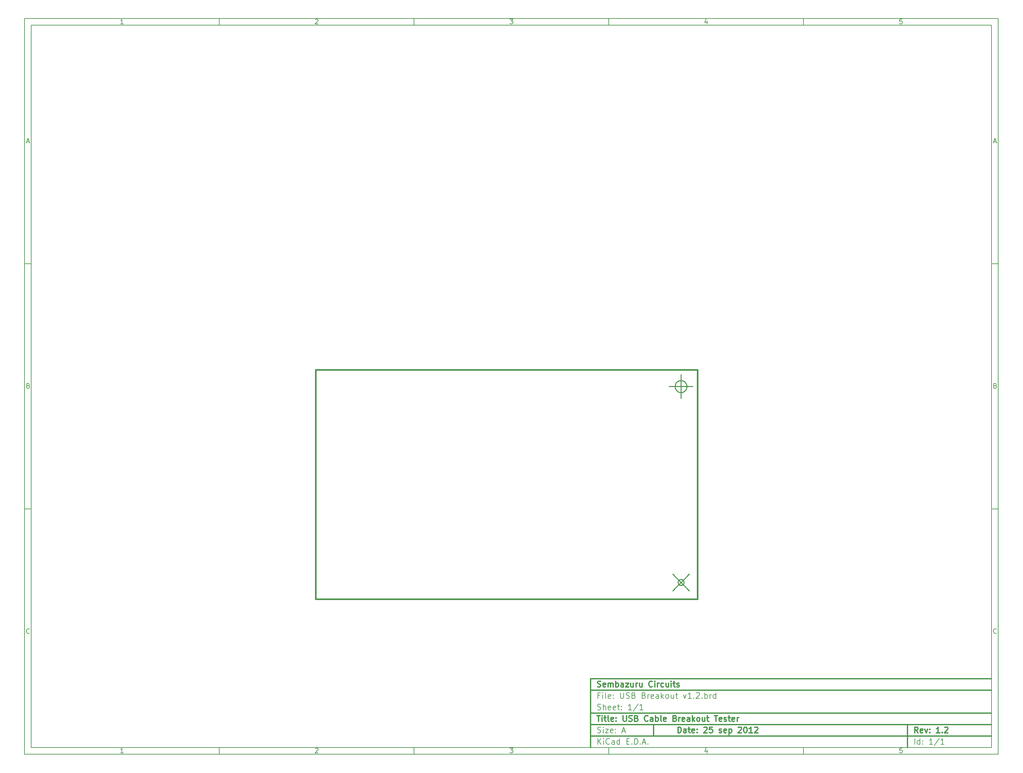
<source format=gbr>
G04 (created by PCBNEW-RS274X (2012-01-19 BZR 3256)-stable) date 25/09/2012 17:31:46*
G01*
G70*
G90*
%MOIN*%
G04 Gerber Fmt 3.4, Leading zero omitted, Abs format*
%FSLAX34Y34*%
G04 APERTURE LIST*
%ADD10C,0.006000*%
%ADD11C,0.012000*%
%ADD12C,0.010000*%
%ADD13C,0.015000*%
G04 APERTURE END LIST*
G54D10*
X-30500Y36750D02*
X71500Y36750D01*
X71500Y-40250D01*
X-30500Y-40250D01*
X-30500Y36750D01*
X-29800Y36050D02*
X70800Y36050D01*
X70800Y-39550D01*
X-29800Y-39550D01*
X-29800Y36050D01*
X-10100Y36750D02*
X-10100Y36050D01*
X-20157Y36198D02*
X-20443Y36198D01*
X-20300Y36198D02*
X-20300Y36698D01*
X-20348Y36626D01*
X-20395Y36579D01*
X-20443Y36555D01*
X-10100Y-40250D02*
X-10100Y-39550D01*
X-20157Y-40102D02*
X-20443Y-40102D01*
X-20300Y-40102D02*
X-20300Y-39602D01*
X-20348Y-39674D01*
X-20395Y-39721D01*
X-20443Y-39745D01*
X10300Y36750D02*
X10300Y36050D01*
X-00043Y36650D02*
X-00019Y36674D01*
X00029Y36698D01*
X00148Y36698D01*
X00195Y36674D01*
X00219Y36650D01*
X00243Y36602D01*
X00243Y36555D01*
X00219Y36483D01*
X-00067Y36198D01*
X00243Y36198D01*
X10300Y-40250D02*
X10300Y-39550D01*
X-00043Y-39650D02*
X-00019Y-39626D01*
X00029Y-39602D01*
X00148Y-39602D01*
X00195Y-39626D01*
X00219Y-39650D01*
X00243Y-39698D01*
X00243Y-39745D01*
X00219Y-39817D01*
X-00067Y-40102D01*
X00243Y-40102D01*
X30700Y36750D02*
X30700Y36050D01*
X20333Y36698D02*
X20643Y36698D01*
X20476Y36507D01*
X20548Y36507D01*
X20595Y36483D01*
X20619Y36460D01*
X20643Y36412D01*
X20643Y36293D01*
X20619Y36245D01*
X20595Y36221D01*
X20548Y36198D01*
X20405Y36198D01*
X20357Y36221D01*
X20333Y36245D01*
X30700Y-40250D02*
X30700Y-39550D01*
X20333Y-39602D02*
X20643Y-39602D01*
X20476Y-39793D01*
X20548Y-39793D01*
X20595Y-39817D01*
X20619Y-39840D01*
X20643Y-39888D01*
X20643Y-40007D01*
X20619Y-40055D01*
X20595Y-40079D01*
X20548Y-40102D01*
X20405Y-40102D01*
X20357Y-40079D01*
X20333Y-40055D01*
X51100Y36750D02*
X51100Y36050D01*
X40995Y36531D02*
X40995Y36198D01*
X40876Y36721D02*
X40757Y36364D01*
X41067Y36364D01*
X51100Y-40250D02*
X51100Y-39550D01*
X40995Y-39769D02*
X40995Y-40102D01*
X40876Y-39579D02*
X40757Y-39936D01*
X41067Y-39936D01*
X61419Y36698D02*
X61181Y36698D01*
X61157Y36460D01*
X61181Y36483D01*
X61229Y36507D01*
X61348Y36507D01*
X61395Y36483D01*
X61419Y36460D01*
X61443Y36412D01*
X61443Y36293D01*
X61419Y36245D01*
X61395Y36221D01*
X61348Y36198D01*
X61229Y36198D01*
X61181Y36221D01*
X61157Y36245D01*
X61419Y-39602D02*
X61181Y-39602D01*
X61157Y-39840D01*
X61181Y-39817D01*
X61229Y-39793D01*
X61348Y-39793D01*
X61395Y-39817D01*
X61419Y-39840D01*
X61443Y-39888D01*
X61443Y-40007D01*
X61419Y-40055D01*
X61395Y-40079D01*
X61348Y-40102D01*
X61229Y-40102D01*
X61181Y-40079D01*
X61157Y-40055D01*
X-30500Y11090D02*
X-29800Y11090D01*
X-30269Y23860D02*
X-30031Y23860D01*
X-30316Y23718D02*
X-30150Y24218D01*
X-29983Y23718D01*
X71500Y11090D02*
X70800Y11090D01*
X71031Y23860D02*
X71269Y23860D01*
X70984Y23718D02*
X71150Y24218D01*
X71317Y23718D01*
X-30500Y-14570D02*
X-29800Y-14570D01*
X-30114Y-01680D02*
X-30043Y-01704D01*
X-30019Y-01728D01*
X-29995Y-01776D01*
X-29995Y-01847D01*
X-30019Y-01895D01*
X-30043Y-01919D01*
X-30090Y-01942D01*
X-30281Y-01942D01*
X-30281Y-01442D01*
X-30114Y-01442D01*
X-30067Y-01466D01*
X-30043Y-01490D01*
X-30019Y-01538D01*
X-30019Y-01585D01*
X-30043Y-01633D01*
X-30067Y-01657D01*
X-30114Y-01680D01*
X-30281Y-01680D01*
X71500Y-14570D02*
X70800Y-14570D01*
X71186Y-01680D02*
X71257Y-01704D01*
X71281Y-01728D01*
X71305Y-01776D01*
X71305Y-01847D01*
X71281Y-01895D01*
X71257Y-01919D01*
X71210Y-01942D01*
X71019Y-01942D01*
X71019Y-01442D01*
X71186Y-01442D01*
X71233Y-01466D01*
X71257Y-01490D01*
X71281Y-01538D01*
X71281Y-01585D01*
X71257Y-01633D01*
X71233Y-01657D01*
X71186Y-01680D01*
X71019Y-01680D01*
X-29995Y-27555D02*
X-30019Y-27579D01*
X-30090Y-27602D01*
X-30138Y-27602D01*
X-30210Y-27579D01*
X-30257Y-27531D01*
X-30281Y-27483D01*
X-30305Y-27388D01*
X-30305Y-27317D01*
X-30281Y-27221D01*
X-30257Y-27174D01*
X-30210Y-27126D01*
X-30138Y-27102D01*
X-30090Y-27102D01*
X-30019Y-27126D01*
X-29995Y-27150D01*
X71305Y-27555D02*
X71281Y-27579D01*
X71210Y-27602D01*
X71162Y-27602D01*
X71090Y-27579D01*
X71043Y-27531D01*
X71019Y-27483D01*
X70995Y-27388D01*
X70995Y-27317D01*
X71019Y-27221D01*
X71043Y-27174D01*
X71090Y-27126D01*
X71162Y-27102D01*
X71210Y-27102D01*
X71281Y-27126D01*
X71305Y-27150D01*
G54D11*
X37943Y-37993D02*
X37943Y-37393D01*
X38086Y-37393D01*
X38171Y-37421D01*
X38229Y-37479D01*
X38257Y-37536D01*
X38286Y-37650D01*
X38286Y-37736D01*
X38257Y-37850D01*
X38229Y-37907D01*
X38171Y-37964D01*
X38086Y-37993D01*
X37943Y-37993D01*
X38800Y-37993D02*
X38800Y-37679D01*
X38771Y-37621D01*
X38714Y-37593D01*
X38600Y-37593D01*
X38543Y-37621D01*
X38800Y-37964D02*
X38743Y-37993D01*
X38600Y-37993D01*
X38543Y-37964D01*
X38514Y-37907D01*
X38514Y-37850D01*
X38543Y-37793D01*
X38600Y-37764D01*
X38743Y-37764D01*
X38800Y-37736D01*
X39000Y-37593D02*
X39229Y-37593D01*
X39086Y-37393D02*
X39086Y-37907D01*
X39114Y-37964D01*
X39172Y-37993D01*
X39229Y-37993D01*
X39657Y-37964D02*
X39600Y-37993D01*
X39486Y-37993D01*
X39429Y-37964D01*
X39400Y-37907D01*
X39400Y-37679D01*
X39429Y-37621D01*
X39486Y-37593D01*
X39600Y-37593D01*
X39657Y-37621D01*
X39686Y-37679D01*
X39686Y-37736D01*
X39400Y-37793D01*
X39943Y-37936D02*
X39971Y-37964D01*
X39943Y-37993D01*
X39914Y-37964D01*
X39943Y-37936D01*
X39943Y-37993D01*
X39943Y-37621D02*
X39971Y-37650D01*
X39943Y-37679D01*
X39914Y-37650D01*
X39943Y-37621D01*
X39943Y-37679D01*
X40657Y-37450D02*
X40686Y-37421D01*
X40743Y-37393D01*
X40886Y-37393D01*
X40943Y-37421D01*
X40972Y-37450D01*
X41000Y-37507D01*
X41000Y-37564D01*
X40972Y-37650D01*
X40629Y-37993D01*
X41000Y-37993D01*
X41543Y-37393D02*
X41257Y-37393D01*
X41228Y-37679D01*
X41257Y-37650D01*
X41314Y-37621D01*
X41457Y-37621D01*
X41514Y-37650D01*
X41543Y-37679D01*
X41571Y-37736D01*
X41571Y-37879D01*
X41543Y-37936D01*
X41514Y-37964D01*
X41457Y-37993D01*
X41314Y-37993D01*
X41257Y-37964D01*
X41228Y-37936D01*
X42256Y-37964D02*
X42313Y-37993D01*
X42428Y-37993D01*
X42485Y-37964D01*
X42513Y-37907D01*
X42513Y-37879D01*
X42485Y-37821D01*
X42428Y-37793D01*
X42342Y-37793D01*
X42285Y-37764D01*
X42256Y-37707D01*
X42256Y-37679D01*
X42285Y-37621D01*
X42342Y-37593D01*
X42428Y-37593D01*
X42485Y-37621D01*
X42999Y-37964D02*
X42942Y-37993D01*
X42828Y-37993D01*
X42771Y-37964D01*
X42742Y-37907D01*
X42742Y-37679D01*
X42771Y-37621D01*
X42828Y-37593D01*
X42942Y-37593D01*
X42999Y-37621D01*
X43028Y-37679D01*
X43028Y-37736D01*
X42742Y-37793D01*
X43285Y-37593D02*
X43285Y-38193D01*
X43285Y-37621D02*
X43342Y-37593D01*
X43456Y-37593D01*
X43513Y-37621D01*
X43542Y-37650D01*
X43571Y-37707D01*
X43571Y-37879D01*
X43542Y-37936D01*
X43513Y-37964D01*
X43456Y-37993D01*
X43342Y-37993D01*
X43285Y-37964D01*
X44256Y-37450D02*
X44285Y-37421D01*
X44342Y-37393D01*
X44485Y-37393D01*
X44542Y-37421D01*
X44571Y-37450D01*
X44599Y-37507D01*
X44599Y-37564D01*
X44571Y-37650D01*
X44228Y-37993D01*
X44599Y-37993D01*
X44970Y-37393D02*
X45027Y-37393D01*
X45084Y-37421D01*
X45113Y-37450D01*
X45142Y-37507D01*
X45170Y-37621D01*
X45170Y-37764D01*
X45142Y-37879D01*
X45113Y-37936D01*
X45084Y-37964D01*
X45027Y-37993D01*
X44970Y-37993D01*
X44913Y-37964D01*
X44884Y-37936D01*
X44856Y-37879D01*
X44827Y-37764D01*
X44827Y-37621D01*
X44856Y-37507D01*
X44884Y-37450D01*
X44913Y-37421D01*
X44970Y-37393D01*
X45741Y-37993D02*
X45398Y-37993D01*
X45570Y-37993D02*
X45570Y-37393D01*
X45513Y-37479D01*
X45455Y-37536D01*
X45398Y-37564D01*
X45969Y-37450D02*
X45998Y-37421D01*
X46055Y-37393D01*
X46198Y-37393D01*
X46255Y-37421D01*
X46284Y-37450D01*
X46312Y-37507D01*
X46312Y-37564D01*
X46284Y-37650D01*
X45941Y-37993D01*
X46312Y-37993D01*
G54D10*
X29543Y-39193D02*
X29543Y-38593D01*
X29886Y-39193D02*
X29629Y-38850D01*
X29886Y-38593D02*
X29543Y-38936D01*
X30143Y-39193D02*
X30143Y-38793D01*
X30143Y-38593D02*
X30114Y-38621D01*
X30143Y-38650D01*
X30171Y-38621D01*
X30143Y-38593D01*
X30143Y-38650D01*
X30772Y-39136D02*
X30743Y-39164D01*
X30657Y-39193D01*
X30600Y-39193D01*
X30515Y-39164D01*
X30457Y-39107D01*
X30429Y-39050D01*
X30400Y-38936D01*
X30400Y-38850D01*
X30429Y-38736D01*
X30457Y-38679D01*
X30515Y-38621D01*
X30600Y-38593D01*
X30657Y-38593D01*
X30743Y-38621D01*
X30772Y-38650D01*
X31286Y-39193D02*
X31286Y-38879D01*
X31257Y-38821D01*
X31200Y-38793D01*
X31086Y-38793D01*
X31029Y-38821D01*
X31286Y-39164D02*
X31229Y-39193D01*
X31086Y-39193D01*
X31029Y-39164D01*
X31000Y-39107D01*
X31000Y-39050D01*
X31029Y-38993D01*
X31086Y-38964D01*
X31229Y-38964D01*
X31286Y-38936D01*
X31829Y-39193D02*
X31829Y-38593D01*
X31829Y-39164D02*
X31772Y-39193D01*
X31658Y-39193D01*
X31600Y-39164D01*
X31572Y-39136D01*
X31543Y-39079D01*
X31543Y-38907D01*
X31572Y-38850D01*
X31600Y-38821D01*
X31658Y-38793D01*
X31772Y-38793D01*
X31829Y-38821D01*
X32572Y-38879D02*
X32772Y-38879D01*
X32858Y-39193D02*
X32572Y-39193D01*
X32572Y-38593D01*
X32858Y-38593D01*
X33115Y-39136D02*
X33143Y-39164D01*
X33115Y-39193D01*
X33086Y-39164D01*
X33115Y-39136D01*
X33115Y-39193D01*
X33401Y-39193D02*
X33401Y-38593D01*
X33544Y-38593D01*
X33629Y-38621D01*
X33687Y-38679D01*
X33715Y-38736D01*
X33744Y-38850D01*
X33744Y-38936D01*
X33715Y-39050D01*
X33687Y-39107D01*
X33629Y-39164D01*
X33544Y-39193D01*
X33401Y-39193D01*
X34001Y-39136D02*
X34029Y-39164D01*
X34001Y-39193D01*
X33972Y-39164D01*
X34001Y-39136D01*
X34001Y-39193D01*
X34258Y-39021D02*
X34544Y-39021D01*
X34201Y-39193D02*
X34401Y-38593D01*
X34601Y-39193D01*
X34801Y-39136D02*
X34829Y-39164D01*
X34801Y-39193D01*
X34772Y-39164D01*
X34801Y-39136D01*
X34801Y-39193D01*
G54D11*
X63086Y-37993D02*
X62886Y-37707D01*
X62743Y-37993D02*
X62743Y-37393D01*
X62971Y-37393D01*
X63029Y-37421D01*
X63057Y-37450D01*
X63086Y-37507D01*
X63086Y-37593D01*
X63057Y-37650D01*
X63029Y-37679D01*
X62971Y-37707D01*
X62743Y-37707D01*
X63571Y-37964D02*
X63514Y-37993D01*
X63400Y-37993D01*
X63343Y-37964D01*
X63314Y-37907D01*
X63314Y-37679D01*
X63343Y-37621D01*
X63400Y-37593D01*
X63514Y-37593D01*
X63571Y-37621D01*
X63600Y-37679D01*
X63600Y-37736D01*
X63314Y-37793D01*
X63800Y-37593D02*
X63943Y-37993D01*
X64085Y-37593D01*
X64314Y-37936D02*
X64342Y-37964D01*
X64314Y-37993D01*
X64285Y-37964D01*
X64314Y-37936D01*
X64314Y-37993D01*
X64314Y-37621D02*
X64342Y-37650D01*
X64314Y-37679D01*
X64285Y-37650D01*
X64314Y-37621D01*
X64314Y-37679D01*
X65371Y-37993D02*
X65028Y-37993D01*
X65200Y-37993D02*
X65200Y-37393D01*
X65143Y-37479D01*
X65085Y-37536D01*
X65028Y-37564D01*
X65628Y-37936D02*
X65656Y-37964D01*
X65628Y-37993D01*
X65599Y-37964D01*
X65628Y-37936D01*
X65628Y-37993D01*
X65885Y-37450D02*
X65914Y-37421D01*
X65971Y-37393D01*
X66114Y-37393D01*
X66171Y-37421D01*
X66200Y-37450D01*
X66228Y-37507D01*
X66228Y-37564D01*
X66200Y-37650D01*
X65857Y-37993D01*
X66228Y-37993D01*
G54D10*
X29514Y-37964D02*
X29600Y-37993D01*
X29743Y-37993D01*
X29800Y-37964D01*
X29829Y-37936D01*
X29857Y-37879D01*
X29857Y-37821D01*
X29829Y-37764D01*
X29800Y-37736D01*
X29743Y-37707D01*
X29629Y-37679D01*
X29571Y-37650D01*
X29543Y-37621D01*
X29514Y-37564D01*
X29514Y-37507D01*
X29543Y-37450D01*
X29571Y-37421D01*
X29629Y-37393D01*
X29771Y-37393D01*
X29857Y-37421D01*
X30114Y-37993D02*
X30114Y-37593D01*
X30114Y-37393D02*
X30085Y-37421D01*
X30114Y-37450D01*
X30142Y-37421D01*
X30114Y-37393D01*
X30114Y-37450D01*
X30343Y-37593D02*
X30657Y-37593D01*
X30343Y-37993D01*
X30657Y-37993D01*
X31114Y-37964D02*
X31057Y-37993D01*
X30943Y-37993D01*
X30886Y-37964D01*
X30857Y-37907D01*
X30857Y-37679D01*
X30886Y-37621D01*
X30943Y-37593D01*
X31057Y-37593D01*
X31114Y-37621D01*
X31143Y-37679D01*
X31143Y-37736D01*
X30857Y-37793D01*
X31400Y-37936D02*
X31428Y-37964D01*
X31400Y-37993D01*
X31371Y-37964D01*
X31400Y-37936D01*
X31400Y-37993D01*
X31400Y-37621D02*
X31428Y-37650D01*
X31400Y-37679D01*
X31371Y-37650D01*
X31400Y-37621D01*
X31400Y-37679D01*
X32114Y-37821D02*
X32400Y-37821D01*
X32057Y-37993D02*
X32257Y-37393D01*
X32457Y-37993D01*
X62743Y-39193D02*
X62743Y-38593D01*
X63286Y-39193D02*
X63286Y-38593D01*
X63286Y-39164D02*
X63229Y-39193D01*
X63115Y-39193D01*
X63057Y-39164D01*
X63029Y-39136D01*
X63000Y-39079D01*
X63000Y-38907D01*
X63029Y-38850D01*
X63057Y-38821D01*
X63115Y-38793D01*
X63229Y-38793D01*
X63286Y-38821D01*
X63572Y-39136D02*
X63600Y-39164D01*
X63572Y-39193D01*
X63543Y-39164D01*
X63572Y-39136D01*
X63572Y-39193D01*
X63572Y-38821D02*
X63600Y-38850D01*
X63572Y-38879D01*
X63543Y-38850D01*
X63572Y-38821D01*
X63572Y-38879D01*
X64629Y-39193D02*
X64286Y-39193D01*
X64458Y-39193D02*
X64458Y-38593D01*
X64401Y-38679D01*
X64343Y-38736D01*
X64286Y-38764D01*
X65314Y-38564D02*
X64800Y-39336D01*
X65829Y-39193D02*
X65486Y-39193D01*
X65658Y-39193D02*
X65658Y-38593D01*
X65601Y-38679D01*
X65543Y-38736D01*
X65486Y-38764D01*
G54D11*
X29457Y-36193D02*
X29800Y-36193D01*
X29629Y-36793D02*
X29629Y-36193D01*
X30000Y-36793D02*
X30000Y-36393D01*
X30000Y-36193D02*
X29971Y-36221D01*
X30000Y-36250D01*
X30028Y-36221D01*
X30000Y-36193D01*
X30000Y-36250D01*
X30200Y-36393D02*
X30429Y-36393D01*
X30286Y-36193D02*
X30286Y-36707D01*
X30314Y-36764D01*
X30372Y-36793D01*
X30429Y-36793D01*
X30715Y-36793D02*
X30657Y-36764D01*
X30629Y-36707D01*
X30629Y-36193D01*
X31171Y-36764D02*
X31114Y-36793D01*
X31000Y-36793D01*
X30943Y-36764D01*
X30914Y-36707D01*
X30914Y-36479D01*
X30943Y-36421D01*
X31000Y-36393D01*
X31114Y-36393D01*
X31171Y-36421D01*
X31200Y-36479D01*
X31200Y-36536D01*
X30914Y-36593D01*
X31457Y-36736D02*
X31485Y-36764D01*
X31457Y-36793D01*
X31428Y-36764D01*
X31457Y-36736D01*
X31457Y-36793D01*
X31457Y-36421D02*
X31485Y-36450D01*
X31457Y-36479D01*
X31428Y-36450D01*
X31457Y-36421D01*
X31457Y-36479D01*
X32200Y-36193D02*
X32200Y-36679D01*
X32228Y-36736D01*
X32257Y-36764D01*
X32314Y-36793D01*
X32428Y-36793D01*
X32486Y-36764D01*
X32514Y-36736D01*
X32543Y-36679D01*
X32543Y-36193D01*
X32800Y-36764D02*
X32886Y-36793D01*
X33029Y-36793D01*
X33086Y-36764D01*
X33115Y-36736D01*
X33143Y-36679D01*
X33143Y-36621D01*
X33115Y-36564D01*
X33086Y-36536D01*
X33029Y-36507D01*
X32915Y-36479D01*
X32857Y-36450D01*
X32829Y-36421D01*
X32800Y-36364D01*
X32800Y-36307D01*
X32829Y-36250D01*
X32857Y-36221D01*
X32915Y-36193D01*
X33057Y-36193D01*
X33143Y-36221D01*
X33600Y-36479D02*
X33686Y-36507D01*
X33714Y-36536D01*
X33743Y-36593D01*
X33743Y-36679D01*
X33714Y-36736D01*
X33686Y-36764D01*
X33628Y-36793D01*
X33400Y-36793D01*
X33400Y-36193D01*
X33600Y-36193D01*
X33657Y-36221D01*
X33686Y-36250D01*
X33714Y-36307D01*
X33714Y-36364D01*
X33686Y-36421D01*
X33657Y-36450D01*
X33600Y-36479D01*
X33400Y-36479D01*
X34800Y-36736D02*
X34771Y-36764D01*
X34685Y-36793D01*
X34628Y-36793D01*
X34543Y-36764D01*
X34485Y-36707D01*
X34457Y-36650D01*
X34428Y-36536D01*
X34428Y-36450D01*
X34457Y-36336D01*
X34485Y-36279D01*
X34543Y-36221D01*
X34628Y-36193D01*
X34685Y-36193D01*
X34771Y-36221D01*
X34800Y-36250D01*
X35314Y-36793D02*
X35314Y-36479D01*
X35285Y-36421D01*
X35228Y-36393D01*
X35114Y-36393D01*
X35057Y-36421D01*
X35314Y-36764D02*
X35257Y-36793D01*
X35114Y-36793D01*
X35057Y-36764D01*
X35028Y-36707D01*
X35028Y-36650D01*
X35057Y-36593D01*
X35114Y-36564D01*
X35257Y-36564D01*
X35314Y-36536D01*
X35600Y-36793D02*
X35600Y-36193D01*
X35600Y-36421D02*
X35657Y-36393D01*
X35771Y-36393D01*
X35828Y-36421D01*
X35857Y-36450D01*
X35886Y-36507D01*
X35886Y-36679D01*
X35857Y-36736D01*
X35828Y-36764D01*
X35771Y-36793D01*
X35657Y-36793D01*
X35600Y-36764D01*
X36229Y-36793D02*
X36171Y-36764D01*
X36143Y-36707D01*
X36143Y-36193D01*
X36685Y-36764D02*
X36628Y-36793D01*
X36514Y-36793D01*
X36457Y-36764D01*
X36428Y-36707D01*
X36428Y-36479D01*
X36457Y-36421D01*
X36514Y-36393D01*
X36628Y-36393D01*
X36685Y-36421D01*
X36714Y-36479D01*
X36714Y-36536D01*
X36428Y-36593D01*
X37628Y-36479D02*
X37714Y-36507D01*
X37742Y-36536D01*
X37771Y-36593D01*
X37771Y-36679D01*
X37742Y-36736D01*
X37714Y-36764D01*
X37656Y-36793D01*
X37428Y-36793D01*
X37428Y-36193D01*
X37628Y-36193D01*
X37685Y-36221D01*
X37714Y-36250D01*
X37742Y-36307D01*
X37742Y-36364D01*
X37714Y-36421D01*
X37685Y-36450D01*
X37628Y-36479D01*
X37428Y-36479D01*
X38028Y-36793D02*
X38028Y-36393D01*
X38028Y-36507D02*
X38056Y-36450D01*
X38085Y-36421D01*
X38142Y-36393D01*
X38199Y-36393D01*
X38627Y-36764D02*
X38570Y-36793D01*
X38456Y-36793D01*
X38399Y-36764D01*
X38370Y-36707D01*
X38370Y-36479D01*
X38399Y-36421D01*
X38456Y-36393D01*
X38570Y-36393D01*
X38627Y-36421D01*
X38656Y-36479D01*
X38656Y-36536D01*
X38370Y-36593D01*
X39170Y-36793D02*
X39170Y-36479D01*
X39141Y-36421D01*
X39084Y-36393D01*
X38970Y-36393D01*
X38913Y-36421D01*
X39170Y-36764D02*
X39113Y-36793D01*
X38970Y-36793D01*
X38913Y-36764D01*
X38884Y-36707D01*
X38884Y-36650D01*
X38913Y-36593D01*
X38970Y-36564D01*
X39113Y-36564D01*
X39170Y-36536D01*
X39456Y-36793D02*
X39456Y-36193D01*
X39513Y-36564D02*
X39684Y-36793D01*
X39684Y-36393D02*
X39456Y-36621D01*
X40028Y-36793D02*
X39970Y-36764D01*
X39942Y-36736D01*
X39913Y-36679D01*
X39913Y-36507D01*
X39942Y-36450D01*
X39970Y-36421D01*
X40028Y-36393D01*
X40113Y-36393D01*
X40170Y-36421D01*
X40199Y-36450D01*
X40228Y-36507D01*
X40228Y-36679D01*
X40199Y-36736D01*
X40170Y-36764D01*
X40113Y-36793D01*
X40028Y-36793D01*
X40742Y-36393D02*
X40742Y-36793D01*
X40485Y-36393D02*
X40485Y-36707D01*
X40513Y-36764D01*
X40571Y-36793D01*
X40656Y-36793D01*
X40713Y-36764D01*
X40742Y-36736D01*
X40942Y-36393D02*
X41171Y-36393D01*
X41028Y-36193D02*
X41028Y-36707D01*
X41056Y-36764D01*
X41114Y-36793D01*
X41171Y-36793D01*
X41742Y-36193D02*
X42085Y-36193D01*
X41914Y-36793D02*
X41914Y-36193D01*
X42513Y-36764D02*
X42456Y-36793D01*
X42342Y-36793D01*
X42285Y-36764D01*
X42256Y-36707D01*
X42256Y-36479D01*
X42285Y-36421D01*
X42342Y-36393D01*
X42456Y-36393D01*
X42513Y-36421D01*
X42542Y-36479D01*
X42542Y-36536D01*
X42256Y-36593D01*
X42770Y-36764D02*
X42827Y-36793D01*
X42942Y-36793D01*
X42999Y-36764D01*
X43027Y-36707D01*
X43027Y-36679D01*
X42999Y-36621D01*
X42942Y-36593D01*
X42856Y-36593D01*
X42799Y-36564D01*
X42770Y-36507D01*
X42770Y-36479D01*
X42799Y-36421D01*
X42856Y-36393D01*
X42942Y-36393D01*
X42999Y-36421D01*
X43199Y-36393D02*
X43428Y-36393D01*
X43285Y-36193D02*
X43285Y-36707D01*
X43313Y-36764D01*
X43371Y-36793D01*
X43428Y-36793D01*
X43856Y-36764D02*
X43799Y-36793D01*
X43685Y-36793D01*
X43628Y-36764D01*
X43599Y-36707D01*
X43599Y-36479D01*
X43628Y-36421D01*
X43685Y-36393D01*
X43799Y-36393D01*
X43856Y-36421D01*
X43885Y-36479D01*
X43885Y-36536D01*
X43599Y-36593D01*
X44142Y-36793D02*
X44142Y-36393D01*
X44142Y-36507D02*
X44170Y-36450D01*
X44199Y-36421D01*
X44256Y-36393D01*
X44313Y-36393D01*
G54D10*
X29743Y-34079D02*
X29543Y-34079D01*
X29543Y-34393D02*
X29543Y-33793D01*
X29829Y-33793D01*
X30057Y-34393D02*
X30057Y-33993D01*
X30057Y-33793D02*
X30028Y-33821D01*
X30057Y-33850D01*
X30085Y-33821D01*
X30057Y-33793D01*
X30057Y-33850D01*
X30429Y-34393D02*
X30371Y-34364D01*
X30343Y-34307D01*
X30343Y-33793D01*
X30885Y-34364D02*
X30828Y-34393D01*
X30714Y-34393D01*
X30657Y-34364D01*
X30628Y-34307D01*
X30628Y-34079D01*
X30657Y-34021D01*
X30714Y-33993D01*
X30828Y-33993D01*
X30885Y-34021D01*
X30914Y-34079D01*
X30914Y-34136D01*
X30628Y-34193D01*
X31171Y-34336D02*
X31199Y-34364D01*
X31171Y-34393D01*
X31142Y-34364D01*
X31171Y-34336D01*
X31171Y-34393D01*
X31171Y-34021D02*
X31199Y-34050D01*
X31171Y-34079D01*
X31142Y-34050D01*
X31171Y-34021D01*
X31171Y-34079D01*
X31914Y-33793D02*
X31914Y-34279D01*
X31942Y-34336D01*
X31971Y-34364D01*
X32028Y-34393D01*
X32142Y-34393D01*
X32200Y-34364D01*
X32228Y-34336D01*
X32257Y-34279D01*
X32257Y-33793D01*
X32514Y-34364D02*
X32600Y-34393D01*
X32743Y-34393D01*
X32800Y-34364D01*
X32829Y-34336D01*
X32857Y-34279D01*
X32857Y-34221D01*
X32829Y-34164D01*
X32800Y-34136D01*
X32743Y-34107D01*
X32629Y-34079D01*
X32571Y-34050D01*
X32543Y-34021D01*
X32514Y-33964D01*
X32514Y-33907D01*
X32543Y-33850D01*
X32571Y-33821D01*
X32629Y-33793D01*
X32771Y-33793D01*
X32857Y-33821D01*
X33314Y-34079D02*
X33400Y-34107D01*
X33428Y-34136D01*
X33457Y-34193D01*
X33457Y-34279D01*
X33428Y-34336D01*
X33400Y-34364D01*
X33342Y-34393D01*
X33114Y-34393D01*
X33114Y-33793D01*
X33314Y-33793D01*
X33371Y-33821D01*
X33400Y-33850D01*
X33428Y-33907D01*
X33428Y-33964D01*
X33400Y-34021D01*
X33371Y-34050D01*
X33314Y-34079D01*
X33114Y-34079D01*
X34371Y-34079D02*
X34457Y-34107D01*
X34485Y-34136D01*
X34514Y-34193D01*
X34514Y-34279D01*
X34485Y-34336D01*
X34457Y-34364D01*
X34399Y-34393D01*
X34171Y-34393D01*
X34171Y-33793D01*
X34371Y-33793D01*
X34428Y-33821D01*
X34457Y-33850D01*
X34485Y-33907D01*
X34485Y-33964D01*
X34457Y-34021D01*
X34428Y-34050D01*
X34371Y-34079D01*
X34171Y-34079D01*
X34771Y-34393D02*
X34771Y-33993D01*
X34771Y-34107D02*
X34799Y-34050D01*
X34828Y-34021D01*
X34885Y-33993D01*
X34942Y-33993D01*
X35370Y-34364D02*
X35313Y-34393D01*
X35199Y-34393D01*
X35142Y-34364D01*
X35113Y-34307D01*
X35113Y-34079D01*
X35142Y-34021D01*
X35199Y-33993D01*
X35313Y-33993D01*
X35370Y-34021D01*
X35399Y-34079D01*
X35399Y-34136D01*
X35113Y-34193D01*
X35913Y-34393D02*
X35913Y-34079D01*
X35884Y-34021D01*
X35827Y-33993D01*
X35713Y-33993D01*
X35656Y-34021D01*
X35913Y-34364D02*
X35856Y-34393D01*
X35713Y-34393D01*
X35656Y-34364D01*
X35627Y-34307D01*
X35627Y-34250D01*
X35656Y-34193D01*
X35713Y-34164D01*
X35856Y-34164D01*
X35913Y-34136D01*
X36199Y-34393D02*
X36199Y-33793D01*
X36256Y-34164D02*
X36427Y-34393D01*
X36427Y-33993D02*
X36199Y-34221D01*
X36771Y-34393D02*
X36713Y-34364D01*
X36685Y-34336D01*
X36656Y-34279D01*
X36656Y-34107D01*
X36685Y-34050D01*
X36713Y-34021D01*
X36771Y-33993D01*
X36856Y-33993D01*
X36913Y-34021D01*
X36942Y-34050D01*
X36971Y-34107D01*
X36971Y-34279D01*
X36942Y-34336D01*
X36913Y-34364D01*
X36856Y-34393D01*
X36771Y-34393D01*
X37485Y-33993D02*
X37485Y-34393D01*
X37228Y-33993D02*
X37228Y-34307D01*
X37256Y-34364D01*
X37314Y-34393D01*
X37399Y-34393D01*
X37456Y-34364D01*
X37485Y-34336D01*
X37685Y-33993D02*
X37914Y-33993D01*
X37771Y-33793D02*
X37771Y-34307D01*
X37799Y-34364D01*
X37857Y-34393D01*
X37914Y-34393D01*
X38514Y-33993D02*
X38657Y-34393D01*
X38799Y-33993D01*
X39342Y-34393D02*
X38999Y-34393D01*
X39171Y-34393D02*
X39171Y-33793D01*
X39114Y-33879D01*
X39056Y-33936D01*
X38999Y-33964D01*
X39599Y-34336D02*
X39627Y-34364D01*
X39599Y-34393D01*
X39570Y-34364D01*
X39599Y-34336D01*
X39599Y-34393D01*
X39856Y-33850D02*
X39885Y-33821D01*
X39942Y-33793D01*
X40085Y-33793D01*
X40142Y-33821D01*
X40171Y-33850D01*
X40199Y-33907D01*
X40199Y-33964D01*
X40171Y-34050D01*
X39828Y-34393D01*
X40199Y-34393D01*
X40456Y-34336D02*
X40484Y-34364D01*
X40456Y-34393D01*
X40427Y-34364D01*
X40456Y-34336D01*
X40456Y-34393D01*
X40742Y-34393D02*
X40742Y-33793D01*
X40742Y-34021D02*
X40799Y-33993D01*
X40913Y-33993D01*
X40970Y-34021D01*
X40999Y-34050D01*
X41028Y-34107D01*
X41028Y-34279D01*
X40999Y-34336D01*
X40970Y-34364D01*
X40913Y-34393D01*
X40799Y-34393D01*
X40742Y-34364D01*
X41285Y-34393D02*
X41285Y-33993D01*
X41285Y-34107D02*
X41313Y-34050D01*
X41342Y-34021D01*
X41399Y-33993D01*
X41456Y-33993D01*
X41913Y-34393D02*
X41913Y-33793D01*
X41913Y-34364D02*
X41856Y-34393D01*
X41742Y-34393D01*
X41684Y-34364D01*
X41656Y-34336D01*
X41627Y-34279D01*
X41627Y-34107D01*
X41656Y-34050D01*
X41684Y-34021D01*
X41742Y-33993D01*
X41856Y-33993D01*
X41913Y-34021D01*
X29514Y-35564D02*
X29600Y-35593D01*
X29743Y-35593D01*
X29800Y-35564D01*
X29829Y-35536D01*
X29857Y-35479D01*
X29857Y-35421D01*
X29829Y-35364D01*
X29800Y-35336D01*
X29743Y-35307D01*
X29629Y-35279D01*
X29571Y-35250D01*
X29543Y-35221D01*
X29514Y-35164D01*
X29514Y-35107D01*
X29543Y-35050D01*
X29571Y-35021D01*
X29629Y-34993D01*
X29771Y-34993D01*
X29857Y-35021D01*
X30114Y-35593D02*
X30114Y-34993D01*
X30371Y-35593D02*
X30371Y-35279D01*
X30342Y-35221D01*
X30285Y-35193D01*
X30200Y-35193D01*
X30142Y-35221D01*
X30114Y-35250D01*
X30885Y-35564D02*
X30828Y-35593D01*
X30714Y-35593D01*
X30657Y-35564D01*
X30628Y-35507D01*
X30628Y-35279D01*
X30657Y-35221D01*
X30714Y-35193D01*
X30828Y-35193D01*
X30885Y-35221D01*
X30914Y-35279D01*
X30914Y-35336D01*
X30628Y-35393D01*
X31399Y-35564D02*
X31342Y-35593D01*
X31228Y-35593D01*
X31171Y-35564D01*
X31142Y-35507D01*
X31142Y-35279D01*
X31171Y-35221D01*
X31228Y-35193D01*
X31342Y-35193D01*
X31399Y-35221D01*
X31428Y-35279D01*
X31428Y-35336D01*
X31142Y-35393D01*
X31599Y-35193D02*
X31828Y-35193D01*
X31685Y-34993D02*
X31685Y-35507D01*
X31713Y-35564D01*
X31771Y-35593D01*
X31828Y-35593D01*
X32028Y-35536D02*
X32056Y-35564D01*
X32028Y-35593D01*
X31999Y-35564D01*
X32028Y-35536D01*
X32028Y-35593D01*
X32028Y-35221D02*
X32056Y-35250D01*
X32028Y-35279D01*
X31999Y-35250D01*
X32028Y-35221D01*
X32028Y-35279D01*
X33085Y-35593D02*
X32742Y-35593D01*
X32914Y-35593D02*
X32914Y-34993D01*
X32857Y-35079D01*
X32799Y-35136D01*
X32742Y-35164D01*
X33770Y-34964D02*
X33256Y-35736D01*
X34285Y-35593D02*
X33942Y-35593D01*
X34114Y-35593D02*
X34114Y-34993D01*
X34057Y-35079D01*
X33999Y-35136D01*
X33942Y-35164D01*
G54D11*
X29514Y-33164D02*
X29600Y-33193D01*
X29743Y-33193D01*
X29800Y-33164D01*
X29829Y-33136D01*
X29857Y-33079D01*
X29857Y-33021D01*
X29829Y-32964D01*
X29800Y-32936D01*
X29743Y-32907D01*
X29629Y-32879D01*
X29571Y-32850D01*
X29543Y-32821D01*
X29514Y-32764D01*
X29514Y-32707D01*
X29543Y-32650D01*
X29571Y-32621D01*
X29629Y-32593D01*
X29771Y-32593D01*
X29857Y-32621D01*
X30342Y-33164D02*
X30285Y-33193D01*
X30171Y-33193D01*
X30114Y-33164D01*
X30085Y-33107D01*
X30085Y-32879D01*
X30114Y-32821D01*
X30171Y-32793D01*
X30285Y-32793D01*
X30342Y-32821D01*
X30371Y-32879D01*
X30371Y-32936D01*
X30085Y-32993D01*
X30628Y-33193D02*
X30628Y-32793D01*
X30628Y-32850D02*
X30656Y-32821D01*
X30714Y-32793D01*
X30799Y-32793D01*
X30856Y-32821D01*
X30885Y-32879D01*
X30885Y-33193D01*
X30885Y-32879D02*
X30914Y-32821D01*
X30971Y-32793D01*
X31056Y-32793D01*
X31114Y-32821D01*
X31142Y-32879D01*
X31142Y-33193D01*
X31428Y-33193D02*
X31428Y-32593D01*
X31428Y-32821D02*
X31485Y-32793D01*
X31599Y-32793D01*
X31656Y-32821D01*
X31685Y-32850D01*
X31714Y-32907D01*
X31714Y-33079D01*
X31685Y-33136D01*
X31656Y-33164D01*
X31599Y-33193D01*
X31485Y-33193D01*
X31428Y-33164D01*
X32228Y-33193D02*
X32228Y-32879D01*
X32199Y-32821D01*
X32142Y-32793D01*
X32028Y-32793D01*
X31971Y-32821D01*
X32228Y-33164D02*
X32171Y-33193D01*
X32028Y-33193D01*
X31971Y-33164D01*
X31942Y-33107D01*
X31942Y-33050D01*
X31971Y-32993D01*
X32028Y-32964D01*
X32171Y-32964D01*
X32228Y-32936D01*
X32457Y-32793D02*
X32771Y-32793D01*
X32457Y-33193D01*
X32771Y-33193D01*
X33257Y-32793D02*
X33257Y-33193D01*
X33000Y-32793D02*
X33000Y-33107D01*
X33028Y-33164D01*
X33086Y-33193D01*
X33171Y-33193D01*
X33228Y-33164D01*
X33257Y-33136D01*
X33543Y-33193D02*
X33543Y-32793D01*
X33543Y-32907D02*
X33571Y-32850D01*
X33600Y-32821D01*
X33657Y-32793D01*
X33714Y-32793D01*
X34171Y-32793D02*
X34171Y-33193D01*
X33914Y-32793D02*
X33914Y-33107D01*
X33942Y-33164D01*
X34000Y-33193D01*
X34085Y-33193D01*
X34142Y-33164D01*
X34171Y-33136D01*
X35257Y-33136D02*
X35228Y-33164D01*
X35142Y-33193D01*
X35085Y-33193D01*
X35000Y-33164D01*
X34942Y-33107D01*
X34914Y-33050D01*
X34885Y-32936D01*
X34885Y-32850D01*
X34914Y-32736D01*
X34942Y-32679D01*
X35000Y-32621D01*
X35085Y-32593D01*
X35142Y-32593D01*
X35228Y-32621D01*
X35257Y-32650D01*
X35514Y-33193D02*
X35514Y-32793D01*
X35514Y-32593D02*
X35485Y-32621D01*
X35514Y-32650D01*
X35542Y-32621D01*
X35514Y-32593D01*
X35514Y-32650D01*
X35800Y-33193D02*
X35800Y-32793D01*
X35800Y-32907D02*
X35828Y-32850D01*
X35857Y-32821D01*
X35914Y-32793D01*
X35971Y-32793D01*
X36428Y-33164D02*
X36371Y-33193D01*
X36257Y-33193D01*
X36199Y-33164D01*
X36171Y-33136D01*
X36142Y-33079D01*
X36142Y-32907D01*
X36171Y-32850D01*
X36199Y-32821D01*
X36257Y-32793D01*
X36371Y-32793D01*
X36428Y-32821D01*
X36942Y-32793D02*
X36942Y-33193D01*
X36685Y-32793D02*
X36685Y-33107D01*
X36713Y-33164D01*
X36771Y-33193D01*
X36856Y-33193D01*
X36913Y-33164D01*
X36942Y-33136D01*
X37228Y-33193D02*
X37228Y-32793D01*
X37228Y-32593D02*
X37199Y-32621D01*
X37228Y-32650D01*
X37256Y-32621D01*
X37228Y-32593D01*
X37228Y-32650D01*
X37428Y-32793D02*
X37657Y-32793D01*
X37514Y-32593D02*
X37514Y-33107D01*
X37542Y-33164D01*
X37600Y-33193D01*
X37657Y-33193D01*
X37828Y-33164D02*
X37885Y-33193D01*
X38000Y-33193D01*
X38057Y-33164D01*
X38085Y-33107D01*
X38085Y-33079D01*
X38057Y-33021D01*
X38000Y-32993D01*
X37914Y-32993D01*
X37857Y-32964D01*
X37828Y-32907D01*
X37828Y-32879D01*
X37857Y-32821D01*
X37914Y-32793D01*
X38000Y-32793D01*
X38057Y-32821D01*
X28800Y-32350D02*
X28800Y-39550D01*
X28800Y-33550D02*
X70800Y-33550D01*
X28800Y-32350D02*
X70800Y-32350D01*
X28800Y-35950D02*
X70800Y-35950D01*
X62000Y-37150D02*
X62000Y-39550D01*
X28800Y-38350D02*
X70800Y-38350D01*
X28800Y-37150D02*
X70800Y-37150D01*
X35400Y-37150D02*
X35400Y-38350D01*
G54D12*
X38562Y-22250D02*
X38556Y-22310D01*
X38538Y-22368D01*
X38509Y-22422D01*
X38471Y-22469D01*
X38424Y-22508D01*
X38370Y-22537D01*
X38312Y-22555D01*
X38252Y-22561D01*
X38192Y-22556D01*
X38134Y-22539D01*
X38080Y-22511D01*
X38032Y-22472D01*
X37993Y-22426D01*
X37964Y-22372D01*
X37945Y-22314D01*
X37939Y-22254D01*
X37944Y-22194D01*
X37960Y-22136D01*
X37988Y-22081D01*
X38026Y-22034D01*
X38072Y-21994D01*
X38126Y-21965D01*
X38184Y-21946D01*
X38244Y-21939D01*
X38304Y-21943D01*
X38362Y-21960D01*
X38417Y-21987D01*
X38465Y-22025D01*
X38504Y-22071D01*
X38535Y-22124D01*
X38554Y-22181D01*
X38561Y-22242D01*
X38562Y-22250D01*
X37375Y-21375D02*
X39125Y-23125D01*
X37375Y-23125D02*
X39125Y-21375D01*
X38875Y-01750D02*
X38863Y-01871D01*
X38827Y-01988D01*
X38770Y-02095D01*
X38693Y-02190D01*
X38599Y-02268D01*
X38492Y-02326D01*
X38375Y-02362D01*
X38254Y-02374D01*
X38133Y-02363D01*
X38016Y-02329D01*
X37908Y-02272D01*
X37813Y-02196D01*
X37735Y-02103D01*
X37676Y-01996D01*
X37639Y-01879D01*
X37626Y-01758D01*
X37636Y-01638D01*
X37669Y-01520D01*
X37725Y-01412D01*
X37801Y-01316D01*
X37894Y-01237D01*
X38000Y-01178D01*
X38116Y-01140D01*
X38237Y-01126D01*
X38358Y-01135D01*
X38476Y-01168D01*
X38584Y-01223D01*
X38681Y-01298D01*
X38760Y-01390D01*
X38820Y-01496D01*
X38859Y-01612D01*
X38874Y-01733D01*
X38875Y-01750D01*
X37000Y-01750D02*
X39500Y-01750D01*
X38250Y-00500D02*
X38250Y-03000D01*
G54D13*
X40000Y-24000D02*
X00000Y-24000D01*
X00000Y00000D02*
X40000Y00000D01*
X00000Y-24000D02*
X00000Y00000D01*
X40000Y00000D02*
X40000Y-24000D01*
M02*

</source>
